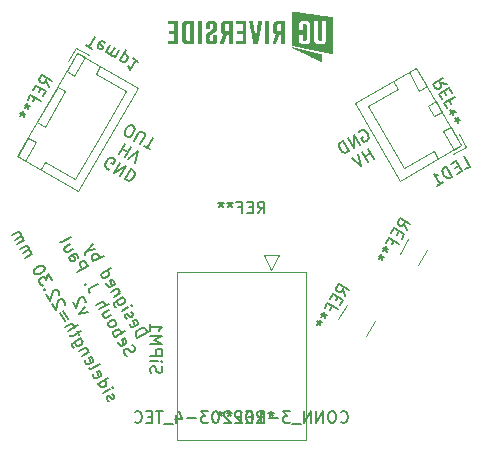
<source format=gbr>
%TF.GenerationSoftware,KiCad,Pcbnew,(6.0.8-1)-1*%
%TF.CreationDate,2022-11-30T21:50:02-05:00*%
%TF.ProjectId,Untitled,556e7469-746c-4656-942e-6b696361645f,rev?*%
%TF.SameCoordinates,Original*%
%TF.FileFunction,Legend,Bot*%
%TF.FilePolarity,Positive*%
%FSLAX46Y46*%
G04 Gerber Fmt 4.6, Leading zero omitted, Abs format (unit mm)*
G04 Created by KiCad (PCBNEW (6.0.8-1)-1) date 2022-11-30 21:50:02*
%MOMM*%
%LPD*%
G01*
G04 APERTURE LIST*
%ADD10C,0.150000*%
%ADD11C,0.120000*%
G04 APERTURE END LIST*
D10*
X94856820Y-68501381D02*
X95722845Y-68001381D01*
X95603798Y-67795185D01*
X95491130Y-67695276D01*
X95361032Y-67660417D01*
X95254744Y-67666796D01*
X95065977Y-67720795D01*
X94942259Y-67792224D01*
X94801112Y-67928701D01*
X94742443Y-68017560D01*
X94707583Y-68147657D01*
X94737772Y-68295185D01*
X94856820Y-68501381D01*
X94207583Y-67281632D02*
X94213963Y-67387920D01*
X94309201Y-67552877D01*
X94398059Y-67611546D01*
X94504347Y-67605166D01*
X94834262Y-67414690D01*
X94892931Y-67325832D01*
X94886551Y-67219544D01*
X94791313Y-67054587D01*
X94702455Y-66995918D01*
X94596167Y-67002297D01*
X94513688Y-67049916D01*
X94669305Y-67509928D01*
X93993297Y-66910478D02*
X93904439Y-66851809D01*
X93809201Y-66686852D01*
X93802821Y-66580564D01*
X93861490Y-66491705D01*
X93902730Y-66467896D01*
X94009018Y-66461516D01*
X94097876Y-66520185D01*
X94169305Y-66643903D01*
X94258163Y-66702572D01*
X94364451Y-66696192D01*
X94405690Y-66672383D01*
X94464359Y-66583524D01*
X94457980Y-66477236D01*
X94386551Y-66353518D01*
X94297693Y-66294849D01*
X93523487Y-66191980D02*
X94100837Y-65858647D01*
X94389512Y-65691980D02*
X94372082Y-65757029D01*
X94307033Y-65739599D01*
X94324463Y-65674550D01*
X94389512Y-65691980D01*
X94307033Y-65739599D01*
X93648456Y-65075100D02*
X92947388Y-65479862D01*
X92888719Y-65568720D01*
X92871289Y-65633769D01*
X92877669Y-65740057D01*
X92949097Y-65863775D01*
X93037956Y-65922444D01*
X93112345Y-65384624D02*
X93118725Y-65490912D01*
X93213963Y-65655869D01*
X93302821Y-65714538D01*
X93367870Y-65731968D01*
X93474158Y-65725588D01*
X93721594Y-65582731D01*
X93780263Y-65493873D01*
X93797693Y-65428824D01*
X93791313Y-65322536D01*
X93696075Y-65157579D01*
X93607217Y-65098909D01*
X93410361Y-64662707D02*
X92833010Y-64996040D01*
X93327882Y-64710326D02*
X93345312Y-64645277D01*
X93338932Y-64538989D01*
X93267504Y-64415271D01*
X93178645Y-64356602D01*
X93072357Y-64362982D01*
X92618725Y-64624887D01*
X92231393Y-63858769D02*
X92237772Y-63965058D01*
X92333010Y-64130015D01*
X92421869Y-64188684D01*
X92528157Y-64182304D01*
X92858071Y-63991828D01*
X92916740Y-63902970D01*
X92910361Y-63796682D01*
X92815123Y-63631724D01*
X92726264Y-63573055D01*
X92619976Y-63579435D01*
X92537498Y-63627054D01*
X92693114Y-64087066D01*
X91737772Y-63099032D02*
X92603798Y-62599032D01*
X91779012Y-63075223D02*
X91785391Y-63181511D01*
X91880629Y-63346468D01*
X91969488Y-63405137D01*
X92034537Y-63422567D01*
X92140825Y-63416187D01*
X92388261Y-63273330D01*
X92446930Y-63184472D01*
X92464359Y-63119423D01*
X92457980Y-63013135D01*
X92362742Y-62848177D01*
X92273883Y-62789508D01*
X91118725Y-62026810D02*
X91984750Y-61526810D01*
X91654836Y-61717286D02*
X91648456Y-61610998D01*
X91553218Y-61446041D01*
X91464359Y-61387372D01*
X91399311Y-61369942D01*
X91293023Y-61376322D01*
X91045587Y-61519179D01*
X90986918Y-61608037D01*
X90969488Y-61673086D01*
X90975868Y-61779374D01*
X91071106Y-61944332D01*
X91159964Y-62003001D01*
X91291313Y-60992409D02*
X90594915Y-61119546D01*
X91053218Y-60580016D02*
X90594915Y-61119546D01*
X90436338Y-61321072D01*
X90418908Y-61386121D01*
X90425288Y-61492409D01*
X93932330Y-70024879D02*
X93819662Y-69924971D01*
X93700614Y-69718774D01*
X93694234Y-69612486D01*
X93711664Y-69547437D01*
X93770333Y-69458579D01*
X93852812Y-69410960D01*
X93959100Y-69404580D01*
X94024149Y-69422010D01*
X94113007Y-69480679D01*
X94249485Y-69621827D01*
X94338343Y-69680496D01*
X94403392Y-69697926D01*
X94509680Y-69691546D01*
X94592159Y-69643927D01*
X94650828Y-69555068D01*
X94668257Y-69490020D01*
X94661878Y-69383731D01*
X94542830Y-69177535D01*
X94430162Y-69077627D01*
X93241854Y-68828939D02*
X93248233Y-68935227D01*
X93343471Y-69100185D01*
X93432330Y-69158854D01*
X93538618Y-69152474D01*
X93868532Y-68961998D01*
X93927201Y-68873139D01*
X93920822Y-68766851D01*
X93825584Y-68601894D01*
X93736725Y-68543225D01*
X93630437Y-68549605D01*
X93547958Y-68597224D01*
X93703575Y-69057236D01*
X92962519Y-68440356D02*
X93828544Y-67940356D01*
X93498630Y-68130832D02*
X93492250Y-68024544D01*
X93397012Y-67859587D01*
X93308154Y-67800918D01*
X93243105Y-67783488D01*
X93136817Y-67789867D01*
X92889381Y-67932725D01*
X92830712Y-68021583D01*
X92813282Y-68086632D01*
X92819662Y-68192920D01*
X92914900Y-68357877D01*
X93003758Y-68416546D01*
X92438709Y-67533091D02*
X92527568Y-67591760D01*
X92592617Y-67609190D01*
X92698905Y-67602810D01*
X92946341Y-67459953D01*
X93005010Y-67371095D01*
X93022439Y-67306046D01*
X93016060Y-67199758D01*
X92944631Y-67076040D01*
X92855773Y-67017371D01*
X92790724Y-66999941D01*
X92684436Y-67006321D01*
X92437000Y-67149178D01*
X92378331Y-67238036D01*
X92360901Y-67303085D01*
X92367281Y-67409373D01*
X92438709Y-67533091D01*
X92420822Y-66168775D02*
X91843471Y-66502108D01*
X92635107Y-66539929D02*
X92181475Y-66801834D01*
X92075187Y-66808213D01*
X91986328Y-66749544D01*
X91914900Y-66625826D01*
X91908520Y-66519538D01*
X91925950Y-66454489D01*
X91605376Y-66089715D02*
X92471402Y-65589715D01*
X91391090Y-65718562D02*
X91844723Y-65456657D01*
X91951011Y-65450277D01*
X92039869Y-65508946D01*
X92111298Y-65632664D01*
X92117678Y-65738952D01*
X92100248Y-65804001D01*
X91495211Y-63898904D02*
X90876621Y-64256047D01*
X90776713Y-64368715D01*
X90741854Y-64498812D01*
X90772043Y-64646340D01*
X90819662Y-64728818D01*
X90473569Y-63938892D02*
X90408520Y-63921462D01*
X90391090Y-63986511D01*
X90456139Y-64003941D01*
X90473569Y-63938892D01*
X90391090Y-63986511D01*
X89772043Y-62914289D02*
X90638068Y-62414289D01*
X90447592Y-62084374D01*
X90358734Y-62025705D01*
X90293685Y-62008276D01*
X90187397Y-62014655D01*
X90063679Y-62086084D01*
X90005010Y-62174942D01*
X89987580Y-62239991D01*
X89993960Y-62346279D01*
X90184436Y-62676194D01*
X89057757Y-61677110D02*
X89511389Y-61415205D01*
X89617678Y-61408825D01*
X89706536Y-61467494D01*
X89801774Y-61632452D01*
X89808154Y-61738740D01*
X89098996Y-61653300D02*
X89105376Y-61759588D01*
X89224424Y-61965785D01*
X89313282Y-62024454D01*
X89419570Y-62018074D01*
X89502049Y-61970455D01*
X89560718Y-61881597D01*
X89554338Y-61775309D01*
X89435291Y-61569112D01*
X89428911Y-61462824D01*
X89182726Y-60560230D02*
X88605376Y-60893563D01*
X89397012Y-60931383D02*
X88943380Y-61193288D01*
X88837092Y-61199668D01*
X88748233Y-61140999D01*
X88676805Y-61017281D01*
X88670425Y-60910993D01*
X88687855Y-60845944D01*
X88295852Y-60357452D02*
X88384711Y-60416121D01*
X88490999Y-60409741D01*
X89233306Y-59981170D01*
X90645568Y-66313946D02*
X89949170Y-66441083D01*
X90407473Y-65901553D01*
X90447003Y-65493830D02*
X90464433Y-65428782D01*
X90458053Y-65322493D01*
X90339005Y-65116297D01*
X90250147Y-65057628D01*
X90185098Y-65040198D01*
X90078810Y-65046578D01*
X89996331Y-65094197D01*
X89896423Y-65206865D01*
X89687266Y-65987451D01*
X89377742Y-65451340D01*
X92429442Y-73861802D02*
X92340584Y-73803133D01*
X92245346Y-73638175D01*
X92238966Y-73531887D01*
X92297635Y-73443029D01*
X92338874Y-73419219D01*
X92445162Y-73412840D01*
X92534021Y-73471509D01*
X92605449Y-73595227D01*
X92694308Y-73653896D01*
X92800596Y-73647516D01*
X92841835Y-73623706D01*
X92900504Y-73534848D01*
X92894124Y-73428560D01*
X92822696Y-73304842D01*
X92733837Y-73246173D01*
X91959631Y-73143304D02*
X92536982Y-72809970D01*
X92825657Y-72643304D02*
X92808227Y-72708352D01*
X92743178Y-72690923D01*
X92760608Y-72625874D01*
X92825657Y-72643304D01*
X92743178Y-72690923D01*
X91507250Y-72359757D02*
X92373276Y-71859757D01*
X91548490Y-72335947D02*
X91554869Y-72442235D01*
X91650107Y-72607193D01*
X91738966Y-72665862D01*
X91804015Y-72683292D01*
X91910303Y-72676912D01*
X92157739Y-72534055D01*
X92216408Y-72445196D01*
X92233837Y-72380147D01*
X92227458Y-72273859D01*
X92132220Y-72108902D01*
X92043361Y-72050233D01*
X91119918Y-71593640D02*
X91126298Y-71699928D01*
X91221536Y-71864885D01*
X91310394Y-71923554D01*
X91416682Y-71917175D01*
X91746597Y-71726698D01*
X91805266Y-71637840D01*
X91798886Y-71531552D01*
X91703648Y-71366595D01*
X91614790Y-71307926D01*
X91508502Y-71314305D01*
X91426023Y-71361924D01*
X91581640Y-71821936D01*
X90769155Y-71081338D02*
X90858013Y-71140007D01*
X90964302Y-71133628D01*
X91706609Y-70705056D01*
X90429442Y-70397700D02*
X90435822Y-70503988D01*
X90531060Y-70668945D01*
X90619918Y-70727614D01*
X90726206Y-70721235D01*
X91056121Y-70530758D01*
X91114790Y-70441900D01*
X91108410Y-70335612D01*
X91013172Y-70170655D01*
X90924314Y-70111986D01*
X90818026Y-70118365D01*
X90735547Y-70165984D01*
X90891164Y-70625997D01*
X90727458Y-69675783D02*
X90150107Y-70009116D01*
X90644979Y-69723402D02*
X90662409Y-69658353D01*
X90656029Y-69552065D01*
X90584601Y-69428347D01*
X90495742Y-69369678D01*
X90389454Y-69376058D01*
X89935822Y-69637963D01*
X90060791Y-68521083D02*
X89359723Y-68925844D01*
X89301054Y-69014703D01*
X89283624Y-69079752D01*
X89290004Y-69186040D01*
X89361432Y-69309758D01*
X89450291Y-69368427D01*
X89524680Y-68830606D02*
X89531060Y-68936895D01*
X89626298Y-69101852D01*
X89715156Y-69160521D01*
X89780205Y-69177951D01*
X89886493Y-69171571D01*
X90133929Y-69028714D01*
X90192598Y-68939855D01*
X90210028Y-68874807D01*
X90203648Y-68768518D01*
X90108410Y-68603561D01*
X90019552Y-68544892D01*
X89894124Y-68232407D02*
X89703648Y-67902493D01*
X90111371Y-67942023D02*
X89369063Y-68370594D01*
X89262775Y-68376974D01*
X89173917Y-68318305D01*
X89126298Y-68235826D01*
X88959631Y-67947151D02*
X89825657Y-67447151D01*
X88745346Y-67575997D02*
X89198978Y-67314093D01*
X89305266Y-67307713D01*
X89394124Y-67366382D01*
X89465553Y-67490100D01*
X89471933Y-67596388D01*
X89454503Y-67661437D01*
X88960883Y-66901700D02*
X88579930Y-66241871D01*
X88332494Y-66384728D02*
X88713447Y-67044557D01*
X88695559Y-65680241D02*
X88712989Y-65615192D01*
X88706609Y-65508904D01*
X88587561Y-65302707D01*
X88498703Y-65244038D01*
X88433654Y-65226608D01*
X88327366Y-65232988D01*
X88244887Y-65280607D01*
X88144979Y-65393275D01*
X87935822Y-66173861D01*
X87626298Y-65637750D01*
X88219369Y-64855455D02*
X88236798Y-64790406D01*
X88230419Y-64684118D01*
X88111371Y-64477921D01*
X88022513Y-64419252D01*
X87957464Y-64401822D01*
X87851176Y-64408202D01*
X87768697Y-64455821D01*
X87668789Y-64568489D01*
X87459631Y-65349075D01*
X87150107Y-64812964D01*
X87018300Y-64394191D02*
X86953252Y-64376761D01*
X86935822Y-64441810D01*
X87000871Y-64459240D01*
X87018300Y-64394191D01*
X86935822Y-64441810D01*
X87611371Y-63611896D02*
X87301847Y-63075785D01*
X87138599Y-63554936D01*
X87067171Y-63431218D01*
X86978312Y-63372549D01*
X86913264Y-63355119D01*
X86806975Y-63361499D01*
X86600779Y-63480547D01*
X86542110Y-63569405D01*
X86524680Y-63634454D01*
X86531060Y-63740742D01*
X86673917Y-63988178D01*
X86762775Y-64046847D01*
X86827824Y-64064277D01*
X86992323Y-62539674D02*
X86944704Y-62457195D01*
X86855846Y-62398526D01*
X86790797Y-62381096D01*
X86684509Y-62387476D01*
X86495742Y-62441475D01*
X86289546Y-62560523D01*
X86148398Y-62697000D01*
X86089729Y-62785858D01*
X86072299Y-62850907D01*
X86078679Y-62957195D01*
X86126298Y-63039674D01*
X86215156Y-63098343D01*
X86280205Y-63115773D01*
X86386493Y-63109393D01*
X86575260Y-63055394D01*
X86781456Y-62936347D01*
X86922604Y-62799869D01*
X86981273Y-62711011D01*
X86998703Y-62645962D01*
X86992323Y-62539674D01*
X85364393Y-61720016D02*
X85941743Y-61386683D01*
X85859265Y-61434302D02*
X85876695Y-61369253D01*
X85870315Y-61262965D01*
X85798886Y-61139247D01*
X85710028Y-61080578D01*
X85603740Y-61086958D01*
X85150107Y-61348862D01*
X85603740Y-61086958D02*
X85662409Y-60998099D01*
X85656029Y-60891811D01*
X85584601Y-60768093D01*
X85495742Y-60709424D01*
X85389454Y-60715804D01*
X84935822Y-60977709D01*
X84697726Y-60565316D02*
X85275077Y-60231982D01*
X85192598Y-60279601D02*
X85210028Y-60214553D01*
X85203648Y-60108264D01*
X85132220Y-59984546D01*
X85043361Y-59925877D01*
X84937073Y-59932257D01*
X84483441Y-60194162D01*
X84937073Y-59932257D02*
X84995742Y-59843399D01*
X84989362Y-59737111D01*
X84917934Y-59613393D01*
X84829076Y-59554724D01*
X84722787Y-59561103D01*
X84269155Y-59823008D01*
X122595314Y-54232249D02*
X123007707Y-53994154D01*
X122507707Y-53128128D01*
X122044734Y-53945283D02*
X121756059Y-54111950D01*
X121894245Y-54637011D02*
X122306639Y-54398916D01*
X121806639Y-53532890D01*
X121394245Y-53770986D01*
X121523092Y-54851297D02*
X121023092Y-53985271D01*
X120816895Y-54104319D01*
X120716987Y-54216987D01*
X120682127Y-54347084D01*
X120688507Y-54453373D01*
X120742506Y-54642139D01*
X120813934Y-54765857D01*
X120950412Y-54907005D01*
X121039270Y-54965674D01*
X121169368Y-55000534D01*
X121316895Y-54970344D01*
X121523092Y-54851297D01*
X120203434Y-55613201D02*
X120698306Y-55327487D01*
X120450870Y-55470344D02*
X119950870Y-54604319D01*
X120104777Y-54680418D01*
X120234875Y-54715277D01*
X120341163Y-54708898D01*
X92485171Y-54246361D02*
X92378882Y-54239981D01*
X92255165Y-54168553D01*
X92155256Y-54055885D01*
X92120397Y-53925787D01*
X92126776Y-53819499D01*
X92180775Y-53630732D01*
X92252204Y-53507014D01*
X92388681Y-53365866D01*
X92477539Y-53307197D01*
X92607637Y-53272338D01*
X92755165Y-53302527D01*
X92837643Y-53350146D01*
X92937552Y-53462814D01*
X92954981Y-53527863D01*
X92788315Y-53816538D01*
X92623357Y-53721300D01*
X93373754Y-53659670D02*
X92873754Y-54525695D01*
X93868626Y-53945384D01*
X93368626Y-54811410D01*
X94281019Y-54183479D02*
X93781019Y-55049505D01*
X93987215Y-55168553D01*
X94134743Y-55198742D01*
X94264840Y-55163882D01*
X94353699Y-55105213D01*
X94490176Y-54964065D01*
X94561605Y-54840348D01*
X94615604Y-54651581D01*
X94621983Y-54545293D01*
X94587124Y-54415195D01*
X94487215Y-54302527D01*
X94281019Y-54183479D01*
X93807600Y-52051083D02*
X93307600Y-52917109D01*
X93545696Y-52504716D02*
X94040567Y-52790430D01*
X94302472Y-52336798D02*
X93802472Y-53202823D01*
X94091147Y-53369490D02*
X94879822Y-52670131D01*
X94668497Y-53702823D01*
X93865165Y-51379951D02*
X94030122Y-51475189D01*
X94136410Y-51481568D01*
X94266508Y-51446709D01*
X94402985Y-51305561D01*
X94569652Y-51016886D01*
X94623650Y-50828119D01*
X94588791Y-50698022D01*
X94530122Y-50609163D01*
X94365165Y-50513925D01*
X94258876Y-50507545D01*
X94128779Y-50542405D01*
X93992301Y-50683553D01*
X93825635Y-50972228D01*
X93771636Y-51160994D01*
X93806495Y-51291092D01*
X93865165Y-51379951D01*
X94607472Y-51808522D02*
X95012234Y-51107454D01*
X95101092Y-51048785D01*
X95166141Y-51031355D01*
X95272429Y-51037735D01*
X95437387Y-51132973D01*
X95496056Y-51221831D01*
X95513485Y-51286880D01*
X95507106Y-51393168D01*
X95102344Y-52094236D01*
X95391019Y-52260903D02*
X95885891Y-52546617D01*
X96138455Y-51537735D02*
X95638455Y-52403760D01*
X95995238Y-71471428D02*
X95947619Y-71328571D01*
X95947619Y-71090476D01*
X95995238Y-70995238D01*
X96042857Y-70947619D01*
X96138095Y-70900000D01*
X96233333Y-70900000D01*
X96328571Y-70947619D01*
X96376190Y-70995238D01*
X96423809Y-71090476D01*
X96471428Y-71280952D01*
X96519047Y-71376190D01*
X96566666Y-71423809D01*
X96661904Y-71471428D01*
X96757142Y-71471428D01*
X96852380Y-71423809D01*
X96900000Y-71376190D01*
X96947619Y-71280952D01*
X96947619Y-71042857D01*
X96900000Y-70900000D01*
X95947619Y-70471428D02*
X96614285Y-70471428D01*
X96947619Y-70471428D02*
X96900000Y-70519047D01*
X96852380Y-70471428D01*
X96900000Y-70423809D01*
X96947619Y-70471428D01*
X96852380Y-70471428D01*
X95947619Y-69995238D02*
X96947619Y-69995238D01*
X96947619Y-69614285D01*
X96900000Y-69519047D01*
X96852380Y-69471428D01*
X96757142Y-69423809D01*
X96614285Y-69423809D01*
X96519047Y-69471428D01*
X96471428Y-69519047D01*
X96423809Y-69614285D01*
X96423809Y-69995238D01*
X95947619Y-68995238D02*
X96947619Y-68995238D01*
X96233333Y-68661904D01*
X96947619Y-68328571D01*
X95947619Y-68328571D01*
X95947619Y-67328571D02*
X95947619Y-67900000D01*
X95947619Y-67614285D02*
X96947619Y-67614285D01*
X96804761Y-67709523D01*
X96709523Y-67804761D01*
X96661904Y-67900000D01*
X113607328Y-51088884D02*
X113665997Y-51000026D01*
X113789715Y-50928597D01*
X113937243Y-50898408D01*
X114067340Y-50933268D01*
X114156199Y-50991937D01*
X114292676Y-51133085D01*
X114364105Y-51256802D01*
X114418104Y-51445569D01*
X114424483Y-51551857D01*
X114389624Y-51681955D01*
X114289715Y-51794623D01*
X114207237Y-51842242D01*
X114059709Y-51872431D01*
X113994661Y-51855001D01*
X113827994Y-51566326D01*
X113992951Y-51471088D01*
X113671126Y-52151766D02*
X113171126Y-51285740D01*
X113176254Y-52437480D01*
X112676254Y-51571455D01*
X112763861Y-52675575D02*
X112263861Y-51809550D01*
X112057665Y-51928597D01*
X111957756Y-52041265D01*
X111922897Y-52171363D01*
X111929276Y-52277651D01*
X111983275Y-52466418D01*
X112054704Y-52590136D01*
X112191181Y-52731284D01*
X112280039Y-52789953D01*
X112410137Y-52824812D01*
X112557665Y-52794623D01*
X112763861Y-52675575D01*
X114847280Y-53331781D02*
X114347280Y-52465756D01*
X114585375Y-52878149D02*
X114090503Y-53163863D01*
X114352408Y-53617495D02*
X113852408Y-52751470D01*
X113563733Y-52918137D02*
X113775058Y-53950829D01*
X112986382Y-53251470D01*
X90526084Y-43719490D02*
X91020955Y-44005204D01*
X91273520Y-42996321D02*
X90773520Y-43862347D01*
X92115735Y-43537561D02*
X92057066Y-43448702D01*
X91892109Y-43353464D01*
X91785821Y-43347084D01*
X91696963Y-43405754D01*
X91506486Y-43735668D01*
X91500107Y-43841956D01*
X91558776Y-43930814D01*
X91723733Y-44026053D01*
X91830021Y-44032432D01*
X91918879Y-43973763D01*
X91966499Y-43891285D01*
X91601725Y-43570711D01*
X92551938Y-43734417D02*
X92218605Y-44311767D01*
X92266224Y-44229288D02*
X92283653Y-44294337D01*
X92342323Y-44383195D01*
X92466040Y-44454624D01*
X92572329Y-44461004D01*
X92661187Y-44402335D01*
X92923092Y-43948702D01*
X92661187Y-44402335D02*
X92654807Y-44508623D01*
X92713476Y-44597481D01*
X92837194Y-44668910D01*
X92943482Y-44675289D01*
X93032341Y-44616620D01*
X93294245Y-44162988D01*
X93373305Y-44978434D02*
X93873305Y-44112408D01*
X93397115Y-44937194D02*
X93455784Y-45026053D01*
X93620741Y-45121291D01*
X93727029Y-45127670D01*
X93792078Y-45110241D01*
X93880936Y-45051572D01*
X94023793Y-44804136D01*
X94030173Y-44697848D01*
X94012743Y-44632799D01*
X93954074Y-44543940D01*
X93789117Y-44448702D01*
X93682829Y-44442323D01*
X94943818Y-45115369D02*
X94448946Y-44829655D01*
X94696382Y-44972512D02*
X94196382Y-45838537D01*
X94185332Y-45667200D01*
X94150472Y-45537103D01*
X94091803Y-45448244D01*
%TO.C,REF\u002A\u002A*%
X105033333Y-57952380D02*
X105366666Y-57476190D01*
X105604761Y-57952380D02*
X105604761Y-56952380D01*
X105223809Y-56952380D01*
X105128571Y-57000000D01*
X105080952Y-57047619D01*
X105033333Y-57142857D01*
X105033333Y-57285714D01*
X105080952Y-57380952D01*
X105128571Y-57428571D01*
X105223809Y-57476190D01*
X105604761Y-57476190D01*
X104604761Y-57428571D02*
X104271428Y-57428571D01*
X104128571Y-57952380D02*
X104604761Y-57952380D01*
X104604761Y-56952380D01*
X104128571Y-56952380D01*
X103366666Y-57428571D02*
X103700000Y-57428571D01*
X103700000Y-57952380D02*
X103700000Y-56952380D01*
X103223809Y-56952380D01*
X102700000Y-56952380D02*
X102700000Y-57190476D01*
X102938095Y-57095238D02*
X102700000Y-57190476D01*
X102461904Y-57095238D01*
X102842857Y-57380952D02*
X102700000Y-57190476D01*
X102557142Y-57380952D01*
X101938095Y-56952380D02*
X101938095Y-57190476D01*
X102176190Y-57095238D02*
X101938095Y-57190476D01*
X101700000Y-57095238D01*
X102080952Y-57380952D02*
X101938095Y-57190476D01*
X101795238Y-57380952D01*
X87334050Y-47261553D02*
X87088323Y-46734783D01*
X87619764Y-46766682D02*
X86753738Y-46266682D01*
X86563262Y-46596596D01*
X86556883Y-46702884D01*
X86574312Y-46767933D01*
X86632981Y-46856792D01*
X86756699Y-46928220D01*
X86862987Y-46934600D01*
X86928036Y-46917170D01*
X87016895Y-46858501D01*
X87207371Y-46528587D01*
X86666131Y-47370802D02*
X86499465Y-47659478D01*
X86881669Y-48045100D02*
X87119764Y-47632707D01*
X86253738Y-47132707D01*
X86015643Y-47545100D01*
X86047084Y-48443024D02*
X86213751Y-48154349D01*
X86667383Y-48416254D02*
X85801357Y-47916254D01*
X85563262Y-48328647D01*
X85301357Y-48782279D02*
X85507554Y-48901327D01*
X85544123Y-48647511D02*
X85507554Y-48901327D01*
X85306028Y-49059904D01*
X85743940Y-48872847D02*
X85507554Y-48901327D01*
X85601083Y-49120283D01*
X84920405Y-49442108D02*
X85126602Y-49561156D01*
X85163171Y-49307340D02*
X85126602Y-49561156D01*
X84925075Y-49719733D01*
X85362987Y-49532676D02*
X85126602Y-49561156D01*
X85220130Y-49780112D01*
X104980833Y-75702480D02*
X105314166Y-75226290D01*
X105552261Y-75702480D02*
X105552261Y-74702480D01*
X105171309Y-74702480D01*
X105076071Y-74750100D01*
X105028452Y-74797719D01*
X104980833Y-74892957D01*
X104980833Y-75035814D01*
X105028452Y-75131052D01*
X105076071Y-75178671D01*
X105171309Y-75226290D01*
X105552261Y-75226290D01*
X104552261Y-75178671D02*
X104218928Y-75178671D01*
X104076071Y-75702480D02*
X104552261Y-75702480D01*
X104552261Y-74702480D01*
X104076071Y-74702480D01*
X103314166Y-75178671D02*
X103647500Y-75178671D01*
X103647500Y-75702480D02*
X103647500Y-74702480D01*
X103171309Y-74702480D01*
X102647500Y-74702480D02*
X102647500Y-74940576D01*
X102885595Y-74845338D02*
X102647500Y-74940576D01*
X102409404Y-74845338D01*
X102790357Y-75131052D02*
X102647500Y-74940576D01*
X102504642Y-75131052D01*
X101885595Y-74702480D02*
X101885595Y-74940576D01*
X102123690Y-74845338D02*
X101885595Y-74940576D01*
X101647500Y-74845338D01*
X102028452Y-75131052D02*
X101885595Y-74940576D01*
X101742738Y-75131052D01*
X112052261Y-75607242D02*
X112099880Y-75654861D01*
X112242738Y-75702480D01*
X112337976Y-75702480D01*
X112480833Y-75654861D01*
X112576071Y-75559623D01*
X112623690Y-75464385D01*
X112671309Y-75273909D01*
X112671309Y-75131052D01*
X112623690Y-74940576D01*
X112576071Y-74845338D01*
X112480833Y-74750100D01*
X112337976Y-74702480D01*
X112242738Y-74702480D01*
X112099880Y-74750100D01*
X112052261Y-74797719D01*
X111433214Y-74702480D02*
X111242738Y-74702480D01*
X111147500Y-74750100D01*
X111052261Y-74845338D01*
X111004642Y-75035814D01*
X111004642Y-75369147D01*
X111052261Y-75559623D01*
X111147500Y-75654861D01*
X111242738Y-75702480D01*
X111433214Y-75702480D01*
X111528452Y-75654861D01*
X111623690Y-75559623D01*
X111671309Y-75369147D01*
X111671309Y-75035814D01*
X111623690Y-74845338D01*
X111528452Y-74750100D01*
X111433214Y-74702480D01*
X110576071Y-75702480D02*
X110576071Y-74702480D01*
X110004642Y-75702480D01*
X110004642Y-74702480D01*
X109528452Y-75702480D02*
X109528452Y-74702480D01*
X108957023Y-75702480D01*
X108957023Y-74702480D01*
X108718928Y-75797719D02*
X107957023Y-75797719D01*
X107814166Y-74702480D02*
X107195119Y-74702480D01*
X107528452Y-75083433D01*
X107385595Y-75083433D01*
X107290357Y-75131052D01*
X107242738Y-75178671D01*
X107195119Y-75273909D01*
X107195119Y-75512004D01*
X107242738Y-75607242D01*
X107290357Y-75654861D01*
X107385595Y-75702480D01*
X107671309Y-75702480D01*
X107766547Y-75654861D01*
X107814166Y-75607242D01*
X106766547Y-75321528D02*
X106004642Y-75321528D01*
X105004642Y-75702480D02*
X105576071Y-75702480D01*
X105290357Y-75702480D02*
X105290357Y-74702480D01*
X105385595Y-74845338D01*
X105480833Y-74940576D01*
X105576071Y-74988195D01*
X104385595Y-74702480D02*
X104290357Y-74702480D01*
X104195119Y-74750100D01*
X104147500Y-74797719D01*
X104099880Y-74892957D01*
X104052261Y-75083433D01*
X104052261Y-75321528D01*
X104099880Y-75512004D01*
X104147500Y-75607242D01*
X104195119Y-75654861D01*
X104290357Y-75702480D01*
X104385595Y-75702480D01*
X104480833Y-75654861D01*
X104528452Y-75607242D01*
X104576071Y-75512004D01*
X104623690Y-75321528D01*
X104623690Y-75083433D01*
X104576071Y-74892957D01*
X104528452Y-74797719D01*
X104480833Y-74750100D01*
X104385595Y-74702480D01*
X103671309Y-74797719D02*
X103623690Y-74750100D01*
X103528452Y-74702480D01*
X103290357Y-74702480D01*
X103195119Y-74750100D01*
X103147500Y-74797719D01*
X103099880Y-74892957D01*
X103099880Y-74988195D01*
X103147500Y-75131052D01*
X103718928Y-75702480D01*
X103099880Y-75702480D01*
X102718928Y-74797719D02*
X102671309Y-74750100D01*
X102576071Y-74702480D01*
X102337976Y-74702480D01*
X102242738Y-74750100D01*
X102195119Y-74797719D01*
X102147500Y-74892957D01*
X102147500Y-74988195D01*
X102195119Y-75131052D01*
X102766547Y-75702480D01*
X102147500Y-75702480D01*
X101528452Y-74702480D02*
X101433214Y-74702480D01*
X101337976Y-74750100D01*
X101290357Y-74797719D01*
X101242738Y-74892957D01*
X101195119Y-75083433D01*
X101195119Y-75321528D01*
X101242738Y-75512004D01*
X101290357Y-75607242D01*
X101337976Y-75654861D01*
X101433214Y-75702480D01*
X101528452Y-75702480D01*
X101623690Y-75654861D01*
X101671309Y-75607242D01*
X101718928Y-75512004D01*
X101766547Y-75321528D01*
X101766547Y-75083433D01*
X101718928Y-74892957D01*
X101671309Y-74797719D01*
X101623690Y-74750100D01*
X101528452Y-74702480D01*
X100861785Y-74702480D02*
X100242738Y-74702480D01*
X100576071Y-75083433D01*
X100433214Y-75083433D01*
X100337976Y-75131052D01*
X100290357Y-75178671D01*
X100242738Y-75273909D01*
X100242738Y-75512004D01*
X100290357Y-75607242D01*
X100337976Y-75654861D01*
X100433214Y-75702480D01*
X100718928Y-75702480D01*
X100814166Y-75654861D01*
X100861785Y-75607242D01*
X99814166Y-75321528D02*
X99052261Y-75321528D01*
X98147500Y-75035814D02*
X98147500Y-75702480D01*
X98385595Y-74654861D02*
X98623690Y-75369147D01*
X98004642Y-75369147D01*
X97861785Y-75797719D02*
X97099880Y-75797719D01*
X97004642Y-74702480D02*
X96433214Y-74702480D01*
X96718928Y-75702480D02*
X96718928Y-74702480D01*
X96099880Y-75178671D02*
X95766547Y-75178671D01*
X95623690Y-75702480D02*
X96099880Y-75702480D01*
X96099880Y-74702480D01*
X95623690Y-74702480D01*
X94623690Y-75607242D02*
X94671309Y-75654861D01*
X94814166Y-75702480D01*
X94909404Y-75702480D01*
X95052261Y-75654861D01*
X95147500Y-75559623D01*
X95195119Y-75464385D01*
X95242738Y-75273909D01*
X95242738Y-75131052D01*
X95195119Y-74940576D01*
X95147500Y-74845338D01*
X95052261Y-74750100D01*
X94909404Y-74702480D01*
X94814166Y-74702480D01*
X94671309Y-74750100D01*
X94623690Y-74797719D01*
X106187500Y-74702480D02*
X106187500Y-74940576D01*
X106425595Y-74845338D02*
X106187500Y-74940576D01*
X105949404Y-74845338D01*
X106330357Y-75131052D02*
X106187500Y-74940576D01*
X106044642Y-75131052D01*
X117682274Y-59361489D02*
X117436547Y-58834719D01*
X117967988Y-58866618D02*
X117101962Y-58366618D01*
X116911486Y-58696532D01*
X116905107Y-58802820D01*
X116922536Y-58867869D01*
X116981205Y-58956728D01*
X117104923Y-59028156D01*
X117211211Y-59034536D01*
X117276260Y-59017106D01*
X117365119Y-58958437D01*
X117555595Y-58628523D01*
X117014355Y-59470738D02*
X116847689Y-59759414D01*
X117229893Y-60145036D02*
X117467988Y-59732643D01*
X116601962Y-59232643D01*
X116363867Y-59645036D01*
X116395308Y-60542960D02*
X116561975Y-60254285D01*
X117015607Y-60516190D02*
X116149581Y-60016190D01*
X115911486Y-60428583D01*
X115649581Y-60882215D02*
X115855778Y-61001263D01*
X115892347Y-60747447D02*
X115855778Y-61001263D01*
X115654252Y-61159840D01*
X116092164Y-60972783D02*
X115855778Y-61001263D01*
X115949307Y-61220219D01*
X115268629Y-61542044D02*
X115474826Y-61661092D01*
X115511395Y-61407276D02*
X115474826Y-61661092D01*
X115273299Y-61819669D01*
X115711211Y-61632612D02*
X115474826Y-61661092D01*
X115568354Y-61880048D01*
X112466582Y-64921489D02*
X112220855Y-64394719D01*
X112752296Y-64426618D02*
X111886270Y-63926618D01*
X111695794Y-64256532D01*
X111689415Y-64362820D01*
X111706844Y-64427869D01*
X111765513Y-64516728D01*
X111889231Y-64588156D01*
X111995519Y-64594536D01*
X112060568Y-64577106D01*
X112149427Y-64518437D01*
X112339903Y-64188523D01*
X111798663Y-65030738D02*
X111631997Y-65319414D01*
X112014201Y-65705036D02*
X112252296Y-65292643D01*
X111386270Y-64792643D01*
X111148175Y-65205036D01*
X111179616Y-66102960D02*
X111346283Y-65814285D01*
X111799915Y-66076190D02*
X110933889Y-65576190D01*
X110695794Y-65988583D01*
X110433889Y-66442215D02*
X110640086Y-66561263D01*
X110676655Y-66307447D02*
X110640086Y-66561263D01*
X110438560Y-66719840D01*
X110876472Y-66532783D02*
X110640086Y-66561263D01*
X110733615Y-66780219D01*
X110052937Y-67102044D02*
X110259134Y-67221092D01*
X110295703Y-66967276D02*
X110259134Y-67221092D01*
X110057607Y-67379669D01*
X110495519Y-67192612D02*
X110259134Y-67221092D01*
X110352662Y-67440048D01*
X121054160Y-46981608D02*
X120475101Y-46931029D01*
X120768446Y-46486737D02*
X119902421Y-46986737D01*
X120092897Y-47316651D01*
X120181755Y-47375320D01*
X120246804Y-47392750D01*
X120353092Y-47386370D01*
X120476810Y-47314942D01*
X120535479Y-47226083D01*
X120552909Y-47161035D01*
X120546529Y-47054747D01*
X120356053Y-46724832D01*
X120814814Y-47614667D02*
X120981480Y-47903342D01*
X121506541Y-47765155D02*
X121268446Y-47352762D01*
X120402421Y-47852762D01*
X120640516Y-48265155D01*
X121433861Y-48686889D02*
X121267195Y-48398214D01*
X121720827Y-48136309D02*
X120854801Y-48636309D01*
X121092897Y-49048702D01*
X121354801Y-49502334D02*
X121560998Y-49383287D01*
X121359472Y-49224709D02*
X121560998Y-49383287D01*
X121597567Y-49637102D01*
X121654527Y-49164331D02*
X121560998Y-49383287D01*
X121797384Y-49411767D01*
X121735754Y-50162163D02*
X121941950Y-50043116D01*
X121740424Y-49884538D02*
X121941950Y-50043116D01*
X121978519Y-50296931D01*
X122035479Y-49824160D02*
X121941950Y-50043116D01*
X122178336Y-50071596D01*
D11*
X89018430Y-45039359D02*
X89643430Y-43956828D01*
X89753238Y-44366635D02*
X90402757Y-44741635D01*
X86353238Y-50255608D02*
X88103238Y-47224519D01*
X87002757Y-50630608D02*
X86353238Y-50255608D01*
X84689578Y-53117152D02*
X89749578Y-44352975D01*
X85352757Y-53488492D02*
X84703238Y-53113492D01*
X88752757Y-47599519D02*
X87002757Y-50630608D01*
X93881570Y-47616154D02*
X91731570Y-51340064D01*
X87026795Y-53588973D02*
X89581570Y-55063973D01*
X88103238Y-47224519D02*
X88752757Y-47599519D01*
X86252757Y-51929646D02*
X85352757Y-53488492D01*
X84703238Y-53113492D02*
X85603238Y-51554646D01*
X91326795Y-46141154D02*
X93881570Y-47616154D01*
X85603238Y-51554646D02*
X86252757Y-51929646D01*
X86651795Y-54238492D02*
X87026795Y-53588973D01*
X90402757Y-44741635D02*
X89502757Y-46300481D01*
X94919749Y-47337975D02*
X89859749Y-56102152D01*
X89643430Y-43956828D02*
X90725962Y-44581828D01*
X89502757Y-46300481D02*
X88853238Y-45925481D01*
X89581570Y-55063973D02*
X91731570Y-51340064D01*
X91701795Y-45491635D02*
X91326795Y-46141154D01*
X89859749Y-56102152D02*
X84689578Y-53117152D01*
X89749578Y-44352975D02*
X94919749Y-47337975D01*
X88853238Y-45925481D02*
X89753238Y-44366635D01*
X105552500Y-61508700D02*
X106187500Y-62778700D01*
X98186500Y-77104300D02*
X98186500Y-62905700D01*
X106187500Y-62778700D02*
X106822500Y-61508700D01*
X109108500Y-77104300D02*
X98186500Y-77104300D01*
X109108500Y-62905700D02*
X109108500Y-77104300D01*
X98186500Y-62905700D02*
X109108500Y-62905700D01*
X106822500Y-61508700D02*
X105552500Y-61508700D01*
X117775449Y-60115344D02*
X117048385Y-61374656D01*
X119351615Y-61025344D02*
X118624551Y-62284656D01*
X114933421Y-67064038D02*
X114222169Y-68295962D01*
X112577831Y-65704038D02*
X111866579Y-66935962D01*
X120726907Y-51019551D02*
X121376426Y-50644551D01*
X116902869Y-47396123D02*
X114348094Y-48871123D01*
X120327869Y-53328397D02*
X119952869Y-52678878D01*
X113309915Y-48592943D02*
X118480086Y-45607943D01*
X119976907Y-49720513D02*
X119476907Y-48854488D01*
X121626907Y-52578397D02*
X120726907Y-51019551D01*
X119952869Y-52678878D02*
X117398094Y-54153878D01*
X117826907Y-45996604D02*
X118476426Y-45621604D01*
X122686234Y-52313204D02*
X121603702Y-52938204D01*
X117398094Y-54153878D02*
X115873094Y-51512500D01*
X120626426Y-49345513D02*
X119976907Y-49720513D01*
X118476426Y-45621604D02*
X119376426Y-47180449D01*
X122276426Y-52203397D02*
X121626907Y-52578397D01*
X121376426Y-50644551D02*
X122276426Y-52203397D01*
X122061234Y-51230673D02*
X122686234Y-52313204D01*
X119376426Y-47180449D02*
X118726907Y-47555449D01*
X118726907Y-47555449D02*
X117826907Y-45996604D01*
X122290086Y-52207057D02*
X117119915Y-55192057D01*
X119476907Y-48854488D02*
X120126426Y-48479488D01*
X120126426Y-48479488D02*
X120626426Y-49345513D01*
X118480086Y-45607943D02*
X122290086Y-52207057D01*
X116527869Y-46746604D02*
X116902869Y-47396123D01*
X117119915Y-55192057D02*
X113309915Y-48592943D01*
X114348094Y-48871123D02*
X115873094Y-51512500D01*
%TO.C,G\u002A\u002A\u002A*%
G36*
X104528533Y-41644187D02*
G01*
X104567661Y-41644416D01*
X104595822Y-41645034D01*
X104614898Y-41646235D01*
X104626776Y-41648212D01*
X104633340Y-41651158D01*
X104636476Y-41655267D01*
X104638067Y-41660734D01*
X104638433Y-41662644D01*
X104640900Y-41677346D01*
X104645403Y-41705203D01*
X104651782Y-41745190D01*
X104659876Y-41796283D01*
X104669523Y-41857456D01*
X104680562Y-41927686D01*
X104692832Y-42005947D01*
X104706172Y-42091215D01*
X104720421Y-42182464D01*
X104735418Y-42278670D01*
X104751000Y-42378809D01*
X104757426Y-42420089D01*
X104772735Y-42518077D01*
X104787391Y-42611367D01*
X104801234Y-42698973D01*
X104814104Y-42779908D01*
X104825843Y-42853185D01*
X104836292Y-42917817D01*
X104845290Y-42972817D01*
X104852680Y-43017200D01*
X104858301Y-43049977D01*
X104861995Y-43070163D01*
X104863603Y-43076770D01*
X104864117Y-43074804D01*
X104866772Y-43060427D01*
X104871449Y-43032962D01*
X104877988Y-42993403D01*
X104886230Y-42942740D01*
X104896018Y-42881966D01*
X104907191Y-42812073D01*
X104919592Y-42734053D01*
X104933061Y-42648897D01*
X104947440Y-42557598D01*
X104962569Y-42461148D01*
X104978291Y-42360538D01*
X105089445Y-41647838D01*
X105256849Y-41645858D01*
X105310375Y-41645393D01*
X105354884Y-41645466D01*
X105387209Y-41646186D01*
X105408668Y-41647606D01*
X105420576Y-41649781D01*
X105424253Y-41652766D01*
X105423937Y-41654964D01*
X105421331Y-41669842D01*
X105416222Y-41697949D01*
X105408770Y-41738440D01*
X105399131Y-41790470D01*
X105387463Y-41853195D01*
X105373925Y-41925769D01*
X105358673Y-42007349D01*
X105341867Y-42097090D01*
X105323664Y-42194147D01*
X105304221Y-42297675D01*
X105283697Y-42406829D01*
X105262249Y-42520765D01*
X105240035Y-42638639D01*
X105229110Y-42696587D01*
X105207259Y-42812551D01*
X105186250Y-42924121D01*
X105166240Y-43030457D01*
X105147388Y-43130717D01*
X105129851Y-43224063D01*
X105113787Y-43309651D01*
X105099353Y-43386643D01*
X105086707Y-43454198D01*
X105076007Y-43511474D01*
X105067410Y-43557631D01*
X105061075Y-43591829D01*
X105057158Y-43613226D01*
X105055817Y-43620982D01*
X105051163Y-43622178D01*
X105033638Y-43623524D01*
X105004946Y-43624670D01*
X104967060Y-43625560D01*
X104921953Y-43626137D01*
X104871599Y-43626341D01*
X104830491Y-43626206D01*
X104784233Y-43625698D01*
X104744819Y-43624866D01*
X104714224Y-43623767D01*
X104694420Y-43622459D01*
X104687381Y-43620999D01*
X104687059Y-43618977D01*
X104684443Y-43604469D01*
X104679326Y-43576730D01*
X104671868Y-43536600D01*
X104662226Y-43484921D01*
X104650557Y-43422533D01*
X104637018Y-43350276D01*
X104621769Y-43268992D01*
X104604965Y-43179521D01*
X104586766Y-43082703D01*
X104567328Y-42979381D01*
X104546810Y-42870393D01*
X104525369Y-42756581D01*
X104503163Y-42638786D01*
X104492366Y-42581517D01*
X104470500Y-42465444D01*
X104449477Y-42353715D01*
X104429454Y-42247176D01*
X104410588Y-42146671D01*
X104393038Y-42053044D01*
X104376962Y-41967141D01*
X104362516Y-41889807D01*
X104349860Y-41821885D01*
X104339152Y-41764221D01*
X104330548Y-41717659D01*
X104324207Y-41683044D01*
X104320286Y-41661221D01*
X104318944Y-41653034D01*
X104320593Y-41650900D01*
X104330078Y-41648277D01*
X104349127Y-41646364D01*
X104379031Y-41645088D01*
X104421082Y-41644375D01*
X104476573Y-41644154D01*
X104528533Y-41644187D01*
G37*
G36*
X107942516Y-43850293D02*
G01*
X107944459Y-43850809D01*
X107958720Y-43854477D01*
X107985979Y-43861441D01*
X108025348Y-43871475D01*
X108075941Y-43884355D01*
X108136871Y-43899855D01*
X108207251Y-43917750D01*
X108286194Y-43937815D01*
X108372814Y-43959826D01*
X108466224Y-43983556D01*
X108565537Y-44008781D01*
X108669866Y-44035276D01*
X108778324Y-44062816D01*
X108890025Y-44091176D01*
X109004082Y-44120130D01*
X109119609Y-44149454D01*
X109235717Y-44178923D01*
X109351521Y-44208310D01*
X109466133Y-44237393D01*
X109578668Y-44265944D01*
X109688237Y-44293740D01*
X109793955Y-44320554D01*
X109894935Y-44346163D01*
X109990289Y-44370341D01*
X110079131Y-44392863D01*
X110160574Y-44413503D01*
X110233732Y-44432037D01*
X110297717Y-44448240D01*
X110351643Y-44461887D01*
X110394623Y-44472752D01*
X110425771Y-44480610D01*
X110444198Y-44485237D01*
X110493937Y-44497643D01*
X110493937Y-44820971D01*
X110493875Y-44868372D01*
X110493581Y-44932642D01*
X110493070Y-44991109D01*
X110492369Y-45042286D01*
X110491503Y-45084683D01*
X110490499Y-45116810D01*
X110489384Y-45137179D01*
X110488185Y-45144299D01*
X110484646Y-45142796D01*
X110468798Y-45135543D01*
X110440965Y-45122618D01*
X110401938Y-45104394D01*
X110352505Y-45081243D01*
X110293455Y-45053537D01*
X110225578Y-45021650D01*
X110149661Y-44985953D01*
X110066494Y-44946818D01*
X109976866Y-44904619D01*
X109881566Y-44859728D01*
X109781383Y-44812517D01*
X109677106Y-44763358D01*
X109569524Y-44712625D01*
X109459425Y-44660689D01*
X109347600Y-44607924D01*
X109234836Y-44554700D01*
X109121923Y-44501392D01*
X109009650Y-44448371D01*
X108898806Y-44396011D01*
X108790179Y-44344682D01*
X108684559Y-44294758D01*
X108582735Y-44246612D01*
X108485495Y-44200615D01*
X108393629Y-44157140D01*
X108307926Y-44116560D01*
X108229174Y-44079247D01*
X108158163Y-44045573D01*
X108095682Y-44015912D01*
X108042519Y-43990634D01*
X107999463Y-43970114D01*
X107967304Y-43954723D01*
X107946830Y-43944834D01*
X107938831Y-43940819D01*
X107935574Y-43936614D01*
X107931192Y-43918885D01*
X107929620Y-43890684D01*
X107929851Y-43872059D01*
X107931431Y-43856149D01*
X107935335Y-43849886D01*
X107942516Y-43850293D01*
G37*
G36*
X100317726Y-43626341D02*
G01*
X99986133Y-43626341D01*
X99986133Y-41644154D01*
X100317726Y-41644154D01*
X100317726Y-43626341D01*
G37*
G36*
X102579925Y-43626341D02*
G01*
X102579925Y-42837888D01*
X102419015Y-42837888D01*
X102404070Y-42883942D01*
X102403881Y-42884525D01*
X102398036Y-42902691D01*
X102388362Y-42932918D01*
X102375460Y-42973320D01*
X102359931Y-43022011D01*
X102342378Y-43077105D01*
X102323401Y-43136715D01*
X102303601Y-43198955D01*
X102284224Y-43259833D01*
X102264117Y-43322874D01*
X102244979Y-43382756D01*
X102227507Y-43437299D01*
X102212400Y-43484327D01*
X102200355Y-43521662D01*
X102192068Y-43547128D01*
X102166058Y-43626341D01*
X101828895Y-43626341D01*
X101968776Y-43212346D01*
X101992420Y-43142199D01*
X102016204Y-43071277D01*
X102038083Y-43005662D01*
X102057652Y-42946589D01*
X102074506Y-42895295D01*
X102088238Y-42853013D01*
X102098443Y-42820979D01*
X102104715Y-42800427D01*
X102106649Y-42792594D01*
X102106139Y-42791768D01*
X102097174Y-42783792D01*
X102079660Y-42770710D01*
X102056745Y-42754902D01*
X102039082Y-42742164D01*
X101991387Y-42697246D01*
X101951754Y-42643904D01*
X101923521Y-42586360D01*
X101922551Y-42583711D01*
X101918253Y-42571307D01*
X101914763Y-42558994D01*
X101911980Y-42545122D01*
X101909801Y-42528046D01*
X101908125Y-42506117D01*
X101906851Y-42477689D01*
X101905876Y-42441113D01*
X101905099Y-42394742D01*
X101904417Y-42336929D01*
X101903729Y-42266027D01*
X101903548Y-42244705D01*
X102229910Y-42244705D01*
X102229912Y-42253046D01*
X102230078Y-42308692D01*
X102230604Y-42351972D01*
X102231623Y-42384982D01*
X102233268Y-42409815D01*
X102235672Y-42428569D01*
X102238966Y-42443336D01*
X102243284Y-42456213D01*
X102245407Y-42461389D01*
X102267753Y-42497337D01*
X102298756Y-42525607D01*
X102334713Y-42542696D01*
X102339050Y-42543663D01*
X102360562Y-42546327D01*
X102392112Y-42548482D01*
X102430178Y-42549929D01*
X102471236Y-42550466D01*
X102579925Y-42550507D01*
X102579925Y-41938903D01*
X102471236Y-41938944D01*
X102463501Y-41938956D01*
X102412021Y-41939708D01*
X102372388Y-41941995D01*
X102342075Y-41946315D01*
X102318552Y-41953171D01*
X102299293Y-41963063D01*
X102281768Y-41976492D01*
X102275973Y-41981723D01*
X102262186Y-41996188D01*
X102251426Y-42012124D01*
X102243326Y-42031426D01*
X102237520Y-42055986D01*
X102233641Y-42087700D01*
X102231324Y-42128462D01*
X102230203Y-42180166D01*
X102229910Y-42244705D01*
X101903548Y-42244705D01*
X101903327Y-42218763D01*
X101902982Y-42147018D01*
X101903238Y-42087400D01*
X101904272Y-42038250D01*
X101906260Y-41997912D01*
X101909378Y-41964729D01*
X101913801Y-41937043D01*
X101919705Y-41913197D01*
X101927266Y-41891534D01*
X101936660Y-41870396D01*
X101948062Y-41848128D01*
X101964489Y-41820658D01*
X102008195Y-41768394D01*
X102063345Y-41725292D01*
X102129816Y-41691423D01*
X102207484Y-41666855D01*
X102296229Y-41651657D01*
X102316165Y-41650112D01*
X102350413Y-41648521D01*
X102395261Y-41647109D01*
X102448526Y-41645925D01*
X102508030Y-41645016D01*
X102571592Y-41644430D01*
X102637033Y-41644214D01*
X102911518Y-41644154D01*
X102911518Y-43626341D01*
X102579925Y-43626341D01*
G37*
G36*
X111328445Y-44465937D02*
G01*
X111322802Y-44464775D01*
X111301842Y-44460452D01*
X111267493Y-44453367D01*
X111220427Y-44443656D01*
X111161312Y-44431459D01*
X111090818Y-44416914D01*
X111009616Y-44400159D01*
X110918375Y-44381331D01*
X110817765Y-44360570D01*
X110708456Y-44338013D01*
X110591118Y-44313799D01*
X110466419Y-44288066D01*
X110335032Y-44260952D01*
X110197624Y-44232596D01*
X110054866Y-44203135D01*
X109907428Y-44172707D01*
X109755980Y-44141452D01*
X109601191Y-44109508D01*
X109503556Y-44089359D01*
X109351975Y-44058085D01*
X109204607Y-44027688D01*
X109062092Y-43998299D01*
X108925066Y-43970049D01*
X108794171Y-43943071D01*
X108670043Y-43917496D01*
X108553323Y-43893455D01*
X108444648Y-43871079D01*
X108344657Y-43850501D01*
X108253990Y-43831851D01*
X108173284Y-43815261D01*
X108103179Y-43800863D01*
X108044313Y-43788788D01*
X107997325Y-43779167D01*
X107962854Y-43772133D01*
X107941538Y-43767815D01*
X107934017Y-43766347D01*
X107933871Y-43765555D01*
X107933436Y-43753613D01*
X107933013Y-43727867D01*
X107932606Y-43689017D01*
X107932215Y-43637767D01*
X107931843Y-43574818D01*
X107931493Y-43500872D01*
X107931166Y-43416631D01*
X107930864Y-43322797D01*
X107930590Y-43220073D01*
X107930345Y-43109159D01*
X107930133Y-42990759D01*
X107929954Y-42865574D01*
X107929811Y-42734306D01*
X107929707Y-42597657D01*
X107929642Y-42456329D01*
X107929634Y-42403133D01*
X108510309Y-42403133D01*
X108834691Y-42403133D01*
X108837561Y-42213388D01*
X108837646Y-42207896D01*
X108839063Y-42139357D01*
X108840947Y-42084982D01*
X108843329Y-42044240D01*
X108846239Y-42016602D01*
X108849707Y-42001537D01*
X108857219Y-41986405D01*
X108884435Y-41953136D01*
X108921383Y-41928880D01*
X108966165Y-41914358D01*
X109016879Y-41910289D01*
X109071625Y-41917395D01*
X109110532Y-41932269D01*
X109144618Y-41958522D01*
X109168207Y-41993313D01*
X109170590Y-41999076D01*
X109172751Y-42006055D01*
X109174621Y-42015031D01*
X109176221Y-42026984D01*
X109177571Y-42042895D01*
X109178692Y-42063742D01*
X109179607Y-42090507D01*
X109180335Y-42124169D01*
X109180897Y-42165708D01*
X109181316Y-42216105D01*
X109181611Y-42276338D01*
X109181804Y-42347390D01*
X109181916Y-42430238D01*
X109181968Y-42525864D01*
X109181980Y-42635248D01*
X109181969Y-42741103D01*
X109181919Y-42837186D01*
X109181809Y-42920458D01*
X109181619Y-42991898D01*
X109181328Y-43052488D01*
X109180914Y-43103207D01*
X109180357Y-43145034D01*
X109179635Y-43178951D01*
X109178727Y-43205937D01*
X109177613Y-43226971D01*
X109176271Y-43243035D01*
X109174681Y-43255108D01*
X109172820Y-43264170D01*
X109170669Y-43271202D01*
X109168207Y-43277182D01*
X109146478Y-43309971D01*
X109112982Y-43336840D01*
X109071625Y-43353101D01*
X109018459Y-43360404D01*
X108967556Y-43356964D01*
X108923177Y-43342851D01*
X108886816Y-43318783D01*
X108859971Y-43285480D01*
X108844137Y-43243663D01*
X108843012Y-43236905D01*
X108840674Y-43211784D01*
X108838728Y-43174901D01*
X108837247Y-43128325D01*
X108836304Y-43074127D01*
X108835974Y-43014374D01*
X108835974Y-42823150D01*
X108510418Y-42823150D01*
X108513710Y-43071845D01*
X108514273Y-43111652D01*
X108515410Y-43176257D01*
X108516719Y-43228534D01*
X108518279Y-43270057D01*
X108520173Y-43302401D01*
X108522484Y-43327140D01*
X108525291Y-43345849D01*
X108528678Y-43360102D01*
X108542074Y-43399509D01*
X108573025Y-43462256D01*
X108613414Y-43514766D01*
X108664160Y-43557914D01*
X108726180Y-43592578D01*
X108800393Y-43619635D01*
X108816371Y-43623980D01*
X108839558Y-43628876D01*
X108865621Y-43632424D01*
X108897525Y-43634906D01*
X108938235Y-43636605D01*
X108990717Y-43637804D01*
X109030226Y-43638225D01*
X109074171Y-43638056D01*
X109112776Y-43637243D01*
X109142911Y-43635857D01*
X109161444Y-43633967D01*
X109188923Y-43628450D01*
X109268660Y-43605087D01*
X109336739Y-43572802D01*
X109393308Y-43531468D01*
X109438515Y-43480962D01*
X109472507Y-43421158D01*
X109495434Y-43351932D01*
X109496303Y-43347026D01*
X109498343Y-43325012D01*
X109500184Y-43290166D01*
X109501824Y-43243800D01*
X109503265Y-43187229D01*
X109504507Y-43121763D01*
X109505549Y-43048717D01*
X109506391Y-42969402D01*
X109507035Y-42885132D01*
X109507481Y-42797220D01*
X109507727Y-42706977D01*
X109507775Y-42615718D01*
X109507625Y-42524754D01*
X109507276Y-42435398D01*
X109506730Y-42348964D01*
X109505985Y-42266764D01*
X109505043Y-42190111D01*
X109503904Y-42120317D01*
X109502567Y-42058695D01*
X109501033Y-42006559D01*
X109499302Y-41965220D01*
X109497375Y-41935992D01*
X109495250Y-41920187D01*
X109482405Y-41878780D01*
X109451682Y-41814892D01*
X109409883Y-41760353D01*
X109356725Y-41714889D01*
X109291927Y-41678229D01*
X109219088Y-41651523D01*
X109822906Y-41651523D01*
X109825093Y-42489715D01*
X109825211Y-42534773D01*
X109825434Y-42615718D01*
X109825554Y-42659381D01*
X109825894Y-42770368D01*
X109826246Y-42868568D01*
X109826625Y-42954817D01*
X109827046Y-43029949D01*
X109827523Y-43094800D01*
X109828072Y-43150205D01*
X109828707Y-43196999D01*
X109829443Y-43236016D01*
X109830296Y-43268093D01*
X109831280Y-43294064D01*
X109832410Y-43314764D01*
X109833701Y-43331029D01*
X109835167Y-43343694D01*
X109836825Y-43353593D01*
X109838688Y-43361562D01*
X109840771Y-43368436D01*
X109865004Y-43428500D01*
X109900975Y-43488217D01*
X109945975Y-43537195D01*
X110000881Y-43576181D01*
X110066571Y-43605925D01*
X110143923Y-43627177D01*
X110147544Y-43627906D01*
X110199356Y-43635322D01*
X110260397Y-43639676D01*
X110325937Y-43640978D01*
X110391244Y-43639233D01*
X110451589Y-43634448D01*
X110502241Y-43626632D01*
X110572519Y-43606890D01*
X110640446Y-43575493D01*
X110697515Y-43534143D01*
X110743768Y-43482804D01*
X110779244Y-43421440D01*
X110803982Y-43350014D01*
X110804550Y-43347360D01*
X110806040Y-43335755D01*
X110807395Y-43317450D01*
X110808626Y-43291776D01*
X110809740Y-43258062D01*
X110810747Y-43215639D01*
X110811658Y-43163837D01*
X110812480Y-43101986D01*
X110813224Y-43029417D01*
X110813899Y-42945459D01*
X110814513Y-42849443D01*
X110815078Y-42740698D01*
X110815601Y-42618556D01*
X110816092Y-42482347D01*
X110818863Y-41651523D01*
X110494377Y-41651523D01*
X110490253Y-43247257D01*
X110471398Y-43283898D01*
X110453020Y-43310763D01*
X110419738Y-43337682D01*
X110377461Y-43354375D01*
X110327538Y-43360360D01*
X110271319Y-43355157D01*
X110262339Y-43353335D01*
X110221511Y-43339450D01*
X110190870Y-43317257D01*
X110167704Y-43284917D01*
X110151291Y-43254221D01*
X110149291Y-42452872D01*
X110147290Y-41651523D01*
X109822906Y-41651523D01*
X109219088Y-41651523D01*
X109215204Y-41650099D01*
X109202038Y-41646412D01*
X109180920Y-41641341D01*
X109159478Y-41637735D01*
X109134829Y-41635351D01*
X109104092Y-41633947D01*
X109064384Y-41633283D01*
X109012823Y-41633115D01*
X108984274Y-41633157D01*
X108939115Y-41633563D01*
X108904333Y-41634598D01*
X108877063Y-41636498D01*
X108854439Y-41639501D01*
X108833594Y-41643844D01*
X108811663Y-41649764D01*
X108766341Y-41664696D01*
X108696221Y-41697085D01*
X108637993Y-41737678D01*
X108591121Y-41786980D01*
X108555066Y-41845490D01*
X108529292Y-41913713D01*
X108528522Y-41916512D01*
X108524886Y-41933013D01*
X108521925Y-41953618D01*
X108519536Y-41980099D01*
X108517614Y-42014228D01*
X108516054Y-42057778D01*
X108514752Y-42112521D01*
X108513605Y-42180229D01*
X108510309Y-42403133D01*
X107929634Y-42403133D01*
X107929620Y-42311024D01*
X107929623Y-42226368D01*
X107929646Y-42058373D01*
X107929697Y-41904273D01*
X107929779Y-41763498D01*
X107929897Y-41635476D01*
X107930055Y-41519637D01*
X107930256Y-41415410D01*
X107930505Y-41322224D01*
X107930806Y-41239508D01*
X107931163Y-41166690D01*
X107931580Y-41103200D01*
X107932061Y-41048466D01*
X107932610Y-41001918D01*
X107933231Y-40962985D01*
X107933928Y-40931096D01*
X107934705Y-40905679D01*
X107935567Y-40886164D01*
X107936517Y-40871980D01*
X107937559Y-40862555D01*
X107938697Y-40857319D01*
X107939936Y-40855700D01*
X107940787Y-40855782D01*
X107952904Y-40857375D01*
X107978609Y-40860919D01*
X108017123Y-40866301D01*
X108067664Y-40873410D01*
X108129451Y-40882135D01*
X108201705Y-40892364D01*
X108283643Y-40903985D01*
X108374486Y-40916886D01*
X108473452Y-40930957D01*
X108579761Y-40946084D01*
X108692631Y-40962158D01*
X108811283Y-40979066D01*
X108934935Y-40996696D01*
X109062807Y-41014938D01*
X109194117Y-41033678D01*
X109328086Y-41052807D01*
X109463931Y-41072211D01*
X109600873Y-41091780D01*
X109738131Y-41111402D01*
X109874924Y-41130965D01*
X110010471Y-41150358D01*
X110143991Y-41169469D01*
X110274703Y-41188186D01*
X110401827Y-41206398D01*
X110524583Y-41223993D01*
X110642188Y-41240860D01*
X110753863Y-41256887D01*
X110858827Y-41271963D01*
X110956298Y-41285975D01*
X111045496Y-41298812D01*
X111125641Y-41310363D01*
X111195951Y-41320515D01*
X111255646Y-41329159D01*
X111303945Y-41336180D01*
X111340067Y-41341469D01*
X111363232Y-41344914D01*
X111372658Y-41346402D01*
X111392922Y-41350576D01*
X111392922Y-44479207D01*
X111328445Y-44465937D01*
G37*
G36*
X107023267Y-43626341D02*
G01*
X107023267Y-42837888D01*
X106861974Y-42837888D01*
X106835910Y-42920786D01*
X106832629Y-42931194D01*
X106822803Y-42962232D01*
X106809418Y-43004391D01*
X106793101Y-43055706D01*
X106774478Y-43114209D01*
X106754175Y-43177932D01*
X106732817Y-43244908D01*
X106711031Y-43313170D01*
X106612216Y-43622657D01*
X106445621Y-43624638D01*
X106425699Y-43624858D01*
X106374549Y-43625190D01*
X106336107Y-43624962D01*
X106308854Y-43624105D01*
X106291269Y-43622551D01*
X106281833Y-43620231D01*
X106279026Y-43617074D01*
X106280563Y-43611092D01*
X106286414Y-43592096D01*
X106296243Y-43561446D01*
X106309632Y-43520406D01*
X106326163Y-43470246D01*
X106345418Y-43412231D01*
X106366978Y-43347629D01*
X106390428Y-43277707D01*
X106415347Y-43203732D01*
X106435928Y-43142697D01*
X106459651Y-43072161D01*
X106481563Y-43006807D01*
X106501247Y-42947889D01*
X106518287Y-42896661D01*
X106532266Y-42854377D01*
X106542767Y-42822289D01*
X106549374Y-42801653D01*
X106551669Y-42793721D01*
X106550663Y-42791459D01*
X106540874Y-42782330D01*
X106524036Y-42770936D01*
X106485820Y-42745335D01*
X106436840Y-42700785D01*
X106397879Y-42647740D01*
X106366809Y-42583667D01*
X106365399Y-42580079D01*
X106361128Y-42568520D01*
X106357667Y-42556909D01*
X106354915Y-42543613D01*
X106352768Y-42527001D01*
X106351125Y-42505442D01*
X106349882Y-42477304D01*
X106348937Y-42440955D01*
X106348187Y-42394764D01*
X106347531Y-42337098D01*
X106346865Y-42266328D01*
X106346681Y-42244705D01*
X106677261Y-42244705D01*
X106677304Y-42287272D01*
X106677576Y-42337494D01*
X106678203Y-42376261D01*
X106679301Y-42405509D01*
X106680991Y-42427177D01*
X106683389Y-42443202D01*
X106686616Y-42455521D01*
X106690788Y-42466072D01*
X106710219Y-42496917D01*
X106741547Y-42525416D01*
X106778486Y-42542814D01*
X106782796Y-42543772D01*
X106804170Y-42546393D01*
X106835596Y-42548514D01*
X106873568Y-42549938D01*
X106914578Y-42550466D01*
X107023267Y-42550507D01*
X107023267Y-41938903D01*
X106914578Y-41938944D01*
X106913453Y-41938945D01*
X106860509Y-41939558D01*
X106819709Y-41941629D01*
X106788541Y-41945627D01*
X106764492Y-41952022D01*
X106745049Y-41961284D01*
X106727698Y-41973883D01*
X106714478Y-41985689D01*
X106702963Y-41998618D01*
X106694093Y-42013433D01*
X106687525Y-42031968D01*
X106682918Y-42056060D01*
X106679930Y-42087543D01*
X106678219Y-42128255D01*
X106677443Y-42180030D01*
X106677261Y-42244705D01*
X106346681Y-42244705D01*
X106346532Y-42227180D01*
X106346122Y-42160198D01*
X106346075Y-42105481D01*
X106346440Y-42061386D01*
X106347263Y-42026275D01*
X106348591Y-41998507D01*
X106350469Y-41976443D01*
X106352945Y-41958441D01*
X106356066Y-41942863D01*
X106374396Y-41884293D01*
X106406991Y-41822275D01*
X106451028Y-41769453D01*
X106506406Y-41725903D01*
X106573023Y-41691702D01*
X106650779Y-41666928D01*
X106739571Y-41651657D01*
X106759507Y-41650112D01*
X106793755Y-41648521D01*
X106838603Y-41647109D01*
X106891868Y-41645925D01*
X106951372Y-41645016D01*
X107014934Y-41644430D01*
X107080375Y-41644214D01*
X107354860Y-41644154D01*
X107354860Y-43626341D01*
X107023267Y-43626341D01*
G37*
G36*
X99306368Y-43624426D02*
G01*
X99263310Y-43623994D01*
X99192845Y-43623208D01*
X99134718Y-43622391D01*
X99087361Y-43621464D01*
X99049208Y-43620348D01*
X99018694Y-43618964D01*
X98994251Y-43617233D01*
X98974313Y-43615077D01*
X98957314Y-43612416D01*
X98941687Y-43609172D01*
X98925866Y-43605266D01*
X98891691Y-43595314D01*
X98818943Y-43565338D01*
X98757356Y-43526392D01*
X98707292Y-43478734D01*
X98669113Y-43422620D01*
X98667175Y-43418990D01*
X98659715Y-43404924D01*
X98653149Y-43391732D01*
X98647420Y-43378438D01*
X98642470Y-43364068D01*
X98638243Y-43347643D01*
X98634681Y-43328190D01*
X98631728Y-43304733D01*
X98629326Y-43276295D01*
X98627420Y-43241901D01*
X98625950Y-43200575D01*
X98624862Y-43151342D01*
X98624098Y-43093226D01*
X98623600Y-43025251D01*
X98623312Y-42946441D01*
X98623176Y-42855821D01*
X98623137Y-42752415D01*
X98623137Y-42635248D01*
X98954835Y-42635248D01*
X98954838Y-42687089D01*
X98954871Y-42787149D01*
X98954958Y-42873948D01*
X98955123Y-42948492D01*
X98955386Y-43011787D01*
X98955771Y-43064837D01*
X98956299Y-43108648D01*
X98956994Y-43144225D01*
X98957876Y-43172574D01*
X98958968Y-43194699D01*
X98960293Y-43211606D01*
X98961873Y-43224300D01*
X98963729Y-43233786D01*
X98965885Y-43241070D01*
X98968362Y-43247157D01*
X98987794Y-43278002D01*
X99019121Y-43306501D01*
X99056060Y-43323899D01*
X99059270Y-43324649D01*
X99079866Y-43327345D01*
X99110667Y-43329532D01*
X99148069Y-43331004D01*
X99188469Y-43331551D01*
X99293473Y-43331592D01*
X99293473Y-41938903D01*
X99188469Y-41938944D01*
X99177989Y-41938985D01*
X99138016Y-41939790D01*
X99101968Y-41941466D01*
X99073448Y-41943804D01*
X99056060Y-41946596D01*
X99023893Y-41960904D01*
X98991567Y-41988106D01*
X98968362Y-42023339D01*
X98967158Y-42026111D01*
X98964834Y-42032635D01*
X98962822Y-42040828D01*
X98961098Y-42051695D01*
X98959641Y-42066242D01*
X98958428Y-42085474D01*
X98957437Y-42110396D01*
X98956645Y-42142013D01*
X98956032Y-42181331D01*
X98955574Y-42229355D01*
X98955249Y-42287090D01*
X98955034Y-42355542D01*
X98954909Y-42435715D01*
X98954850Y-42528615D01*
X98954835Y-42635248D01*
X98623137Y-42635248D01*
X98623136Y-42611101D01*
X98623142Y-42496699D01*
X98623198Y-42395868D01*
X98623361Y-42307635D01*
X98623688Y-42231026D01*
X98624234Y-42165066D01*
X98625054Y-42108782D01*
X98626205Y-42061199D01*
X98627742Y-42021342D01*
X98629722Y-41988239D01*
X98632200Y-41960914D01*
X98635232Y-41938393D01*
X98638874Y-41919703D01*
X98643182Y-41903869D01*
X98648211Y-41889917D01*
X98654018Y-41876873D01*
X98660658Y-41863763D01*
X98668188Y-41849612D01*
X98670529Y-41845351D01*
X98697652Y-41806185D01*
X98733212Y-41767299D01*
X98772650Y-41733192D01*
X98811405Y-41708360D01*
X98824154Y-41702066D01*
X98854465Y-41688655D01*
X98885744Y-41677421D01*
X98919519Y-41668183D01*
X98957319Y-41660759D01*
X99000673Y-41654970D01*
X99051110Y-41650634D01*
X99110159Y-41647572D01*
X99179349Y-41645601D01*
X99260208Y-41644542D01*
X99354265Y-41644214D01*
X99625066Y-41644154D01*
X99625066Y-43627558D01*
X99306368Y-43624426D01*
G37*
G36*
X104083145Y-43626341D02*
G01*
X103206267Y-43626341D01*
X103206267Y-43331592D01*
X103759096Y-43331592D01*
X103757167Y-43049739D01*
X103755237Y-42767885D01*
X103528648Y-42765936D01*
X103302060Y-42763987D01*
X103302060Y-42476820D01*
X103758921Y-42476820D01*
X103758921Y-41938903D01*
X103213324Y-41938903D01*
X103215322Y-41793371D01*
X103217320Y-41647838D01*
X103650232Y-41645937D01*
X104083145Y-41644036D01*
X104083145Y-43626341D01*
G37*
G36*
X98283957Y-43626341D02*
G01*
X97407079Y-43626341D01*
X97407079Y-43331592D01*
X97952365Y-43331592D01*
X97952365Y-42764200D01*
X97502872Y-42764200D01*
X97502872Y-42476820D01*
X97952365Y-42476820D01*
X97952365Y-41938903D01*
X97414448Y-41938903D01*
X97414448Y-41644154D01*
X98283957Y-41644154D01*
X98283957Y-43626341D01*
G37*
G36*
X105999014Y-43626341D02*
G01*
X105667421Y-43626341D01*
X105667421Y-41644154D01*
X105999014Y-41644154D01*
X105999014Y-43626341D01*
G37*
G36*
X101204563Y-41628795D02*
G01*
X101261173Y-41634351D01*
X101307893Y-41642859D01*
X101364581Y-41659956D01*
X101435149Y-41692153D01*
X101494438Y-41733655D01*
X101542318Y-41784346D01*
X101578660Y-41844106D01*
X101603335Y-41912818D01*
X101605376Y-41921691D01*
X101608544Y-41941349D01*
X101610939Y-41966561D01*
X101612644Y-41999164D01*
X101613741Y-42040993D01*
X101614313Y-42093883D01*
X101614442Y-42159671D01*
X101614331Y-42205980D01*
X101613811Y-42264372D01*
X101612667Y-42311374D01*
X101610675Y-42348990D01*
X101607611Y-42379225D01*
X101603250Y-42404087D01*
X101597368Y-42425578D01*
X101589742Y-42445707D01*
X101580146Y-42466477D01*
X101578120Y-42470554D01*
X101561669Y-42499525D01*
X101541746Y-42527148D01*
X101517123Y-42554386D01*
X101486574Y-42582204D01*
X101448870Y-42611567D01*
X101402786Y-42643441D01*
X101347093Y-42678789D01*
X101280565Y-42718576D01*
X101201973Y-42763768D01*
X101182754Y-42774746D01*
X101134773Y-42802878D01*
X101091748Y-42829129D01*
X101055686Y-42852226D01*
X101028596Y-42870898D01*
X101012484Y-42883872D01*
X101010064Y-42886250D01*
X100993114Y-42904796D01*
X100980304Y-42923910D01*
X100971075Y-42945949D01*
X100964869Y-42973272D01*
X100961128Y-43008236D01*
X100959293Y-43053200D01*
X100958805Y-43110522D01*
X100958805Y-43115438D01*
X100958905Y-43161094D01*
X100959406Y-43194935D01*
X100960625Y-43219636D01*
X100962882Y-43237871D01*
X100966496Y-43252316D01*
X100971785Y-43265644D01*
X100979069Y-43280532D01*
X100997551Y-43308773D01*
X101031016Y-43337609D01*
X101073561Y-43355149D01*
X101124601Y-43361067D01*
X101162958Y-43357855D01*
X101207805Y-43343354D01*
X101243726Y-43317472D01*
X101270134Y-43280532D01*
X101290398Y-43240525D01*
X101290398Y-42889469D01*
X101614622Y-42889469D01*
X101614622Y-43102799D01*
X101614529Y-43140129D01*
X101613897Y-43203043D01*
X101612711Y-43257599D01*
X101611026Y-43302203D01*
X101608891Y-43335260D01*
X101606361Y-43355178D01*
X101595375Y-43396329D01*
X101567238Y-43460256D01*
X101527613Y-43515057D01*
X101476652Y-43560613D01*
X101414503Y-43596799D01*
X101341315Y-43623494D01*
X101257239Y-43640577D01*
X101231199Y-43643291D01*
X101181787Y-43645592D01*
X101125947Y-43645616D01*
X101067900Y-43643541D01*
X101011866Y-43639545D01*
X100962064Y-43633804D01*
X100922714Y-43626497D01*
X100907706Y-43622612D01*
X100835721Y-43597141D01*
X100775193Y-43562841D01*
X100725415Y-43519115D01*
X100685680Y-43465367D01*
X100655279Y-43401000D01*
X100654611Y-43399193D01*
X100650229Y-43386394D01*
X100646718Y-43373238D01*
X100643955Y-43357929D01*
X100641819Y-43338669D01*
X100640189Y-43313660D01*
X100638941Y-43281104D01*
X100637956Y-43239204D01*
X100637112Y-43186162D01*
X100636286Y-43120181D01*
X100635817Y-43075625D01*
X100635473Y-43008821D01*
X100635895Y-42953975D01*
X100637277Y-42909326D01*
X100639818Y-42873115D01*
X100643712Y-42843580D01*
X100649155Y-42818963D01*
X100656345Y-42797503D01*
X100665476Y-42777440D01*
X100676745Y-42757013D01*
X100684188Y-42744819D01*
X100705046Y-42715484D01*
X100730130Y-42687076D01*
X100760758Y-42658598D01*
X100798246Y-42629058D01*
X100843912Y-42597460D01*
X100899071Y-42562811D01*
X100965042Y-42524116D01*
X101043141Y-42480380D01*
X101096866Y-42450155D01*
X101152991Y-42416479D01*
X101197512Y-42386737D01*
X101231567Y-42360020D01*
X101256292Y-42335418D01*
X101272824Y-42312020D01*
X101282299Y-42288918D01*
X101283253Y-42284794D01*
X101286297Y-42261126D01*
X101288454Y-42227329D01*
X101289722Y-42186951D01*
X101290096Y-42143542D01*
X101289574Y-42100648D01*
X101288150Y-42061819D01*
X101285822Y-42030602D01*
X101282586Y-42010547D01*
X101280859Y-42005190D01*
X101268871Y-41980392D01*
X101252931Y-41957741D01*
X101252662Y-41957436D01*
X101221805Y-41932922D01*
X101182617Y-41917003D01*
X101138855Y-41909902D01*
X101094279Y-41911844D01*
X101052648Y-41923052D01*
X101017719Y-41943748D01*
X101009543Y-41950777D01*
X100997104Y-41962937D01*
X100987530Y-41975902D01*
X100980393Y-41991664D01*
X100975260Y-42012213D01*
X100971703Y-42039538D01*
X100969289Y-42075629D01*
X100967590Y-42122477D01*
X100966174Y-42182071D01*
X100962490Y-42355236D01*
X100638266Y-42355236D01*
X100638620Y-42156280D01*
X100638764Y-42116472D01*
X100639494Y-42054264D01*
X100641074Y-42003584D01*
X100643790Y-41962364D01*
X100647928Y-41928535D01*
X100653775Y-41900028D01*
X100661619Y-41874777D01*
X100671745Y-41850711D01*
X100684441Y-41825764D01*
X100685572Y-41823692D01*
X100720771Y-41774101D01*
X100767980Y-41729316D01*
X100824913Y-41690890D01*
X100889283Y-41660377D01*
X100958805Y-41639331D01*
X100970362Y-41636995D01*
X101020961Y-41630289D01*
X101079899Y-41626717D01*
X101142619Y-41626235D01*
X101204563Y-41628795D01*
G37*
%TD*%
M02*

</source>
